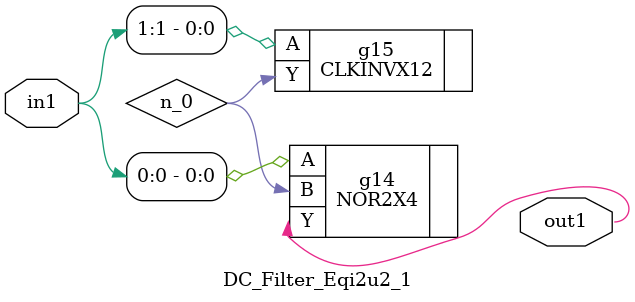
<source format=v>
`timescale 1ps / 1ps


module DC_Filter_Eqi2u2_1(in1, out1);
  input [1:0] in1;
  output out1;
  wire [1:0] in1;
  wire out1;
  wire n_0;
  NOR2X4 g14(.A (in1[0]), .B (n_0), .Y (out1));
  CLKINVX12 g15(.A (in1[1]), .Y (n_0));
endmodule



</source>
